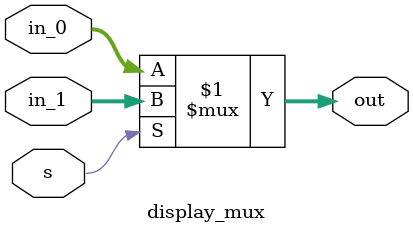
<source format=v>
`timescale 1ns / 1ps


module display_mux(
    input [11:0] in_0,
    input [11:0] in_1,
    input s,
    output [11:0] out
    );
    
    assign out = s ? in_1 : in_0;

endmodule

</source>
